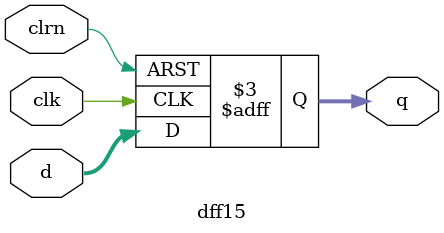
<source format=v>
module dff15(d,clk,clrn,q
    );
	 input [14:0] d;
	 input clk,clrn;
	 output [14:0] q;
    reg [14:0] q;
    always @ (negedge clrn or posedge clk) //clrn下降沿或clk上升沿触发，若clrn=0，清零，否则q<=d
	 if(clrn==0)
	     begin
		      q<=0;
		  end
    else	
        begin		      
		      q<=d;
		  end	 
endmodule

</source>
